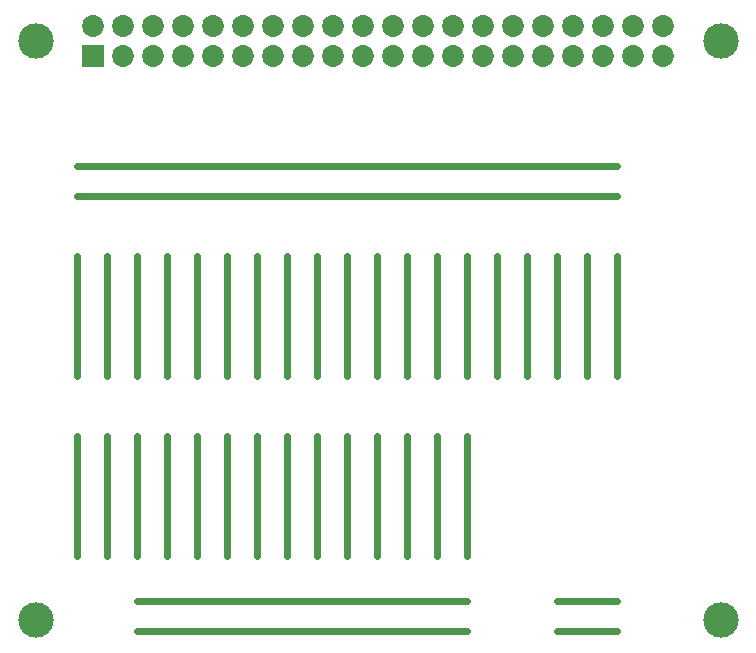
<source format=gbs>
G75*
%MOIN*%
%OFA0B0*%
%FSLAX24Y24*%
%IPPOS*%
%LPD*%
%AMOC8*
5,1,8,0,0,1.08239X$1,22.5*
%
%ADD10C,0.1182*%
%ADD11C,0.0240*%
%ADD12C,0.0730*%
%ADD13R,0.0730X0.0730*%
D10*
X001848Y001528D03*
X001848Y020819D03*
X024683Y020819D03*
X024683Y001528D03*
D11*
X021220Y001150D02*
X019220Y001150D01*
X019220Y002150D02*
X021220Y002150D01*
X016220Y002150D02*
X005220Y002150D01*
X005220Y001150D02*
X016220Y001150D01*
X016220Y003650D02*
X016220Y007650D01*
X015220Y007650D02*
X015220Y003650D01*
X014220Y003650D02*
X014220Y007650D01*
X013220Y007650D02*
X013220Y003650D01*
X012220Y003650D02*
X012220Y007650D01*
X011220Y007650D02*
X011220Y003650D01*
X010220Y003650D02*
X010220Y007650D01*
X009220Y007650D02*
X009220Y003650D01*
X008220Y003650D02*
X008220Y007650D01*
X007220Y007650D02*
X007220Y003650D01*
X006220Y003650D02*
X006220Y007650D01*
X005220Y007650D02*
X005220Y003650D01*
X004220Y003650D02*
X004220Y007650D01*
X003220Y007650D02*
X003220Y003650D01*
X003220Y009650D02*
X003220Y013650D01*
X004220Y013650D02*
X004220Y009650D01*
X005220Y009650D02*
X005220Y013650D01*
X006220Y013650D02*
X006220Y009650D01*
X007220Y009650D02*
X007220Y013650D01*
X008220Y013650D02*
X008220Y009650D01*
X009220Y009650D02*
X009220Y013650D01*
X010220Y013650D02*
X010220Y009650D01*
X011220Y009650D02*
X011220Y013650D01*
X012220Y013650D02*
X012220Y009650D01*
X013220Y009650D02*
X013220Y013650D01*
X014220Y013650D02*
X014220Y009650D01*
X015220Y009650D02*
X015220Y013650D01*
X016220Y013650D02*
X016220Y009650D01*
X017220Y009650D02*
X017220Y013650D01*
X018220Y013650D02*
X018220Y009650D01*
X019220Y009650D02*
X019220Y013650D01*
X020220Y013650D02*
X020220Y009650D01*
X021220Y009650D02*
X021220Y013650D01*
X021220Y015650D02*
X003220Y015650D01*
X003220Y016650D02*
X021220Y016650D01*
D12*
X020765Y020319D03*
X019765Y020319D03*
X018765Y020319D03*
X017765Y020319D03*
X016765Y020319D03*
X015765Y020319D03*
X014765Y020319D03*
X013765Y020319D03*
X012765Y020319D03*
X011765Y020319D03*
X010765Y020319D03*
X009765Y020319D03*
X008765Y020319D03*
X007765Y020319D03*
X006765Y020319D03*
X005765Y020319D03*
X004765Y020319D03*
X004765Y021319D03*
X005765Y021319D03*
X006765Y021319D03*
X007765Y021319D03*
X008765Y021319D03*
X009765Y021319D03*
X010765Y021319D03*
X011765Y021319D03*
X012765Y021319D03*
X013765Y021319D03*
X014765Y021319D03*
X015765Y021319D03*
X016765Y021319D03*
X017765Y021319D03*
X018765Y021319D03*
X019765Y021319D03*
X020765Y021319D03*
X021765Y021319D03*
X022765Y021319D03*
X022765Y020319D03*
X021765Y020319D03*
X003765Y021319D03*
D13*
X003765Y020319D03*
M02*

</source>
